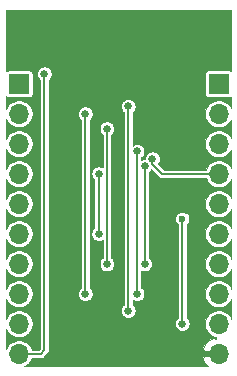
<source format=gbr>
G04 #@! TF.GenerationSoftware,KiCad,Pcbnew,(5.1.5)-3*
G04 #@! TF.CreationDate,2020-06-22T22:14:50-04:00*
G04 #@! TF.ProjectId,74X273 Simplified pinout,37345832-3733-4205-9369-6d706c696669,rev?*
G04 #@! TF.SameCoordinates,Original*
G04 #@! TF.FileFunction,Copper,L2,Bot*
G04 #@! TF.FilePolarity,Positive*
%FSLAX46Y46*%
G04 Gerber Fmt 4.6, Leading zero omitted, Abs format (unit mm)*
G04 Created by KiCad (PCBNEW (5.1.5)-3) date 2020-06-22 22:14:50*
%MOMM*%
%LPD*%
G04 APERTURE LIST*
%ADD10O,1.700000X1.700000*%
%ADD11R,1.700000X1.700000*%
%ADD12C,1.000000*%
%ADD13C,0.650000*%
%ADD14C,0.600000*%
%ADD15C,0.139700*%
%ADD16C,0.254000*%
%ADD17C,0.100000*%
G04 APERTURE END LIST*
D10*
X166900000Y-100360000D03*
X166900000Y-97820000D03*
X166900000Y-95280000D03*
X166900000Y-92740000D03*
X166900000Y-90200000D03*
X166900000Y-87660000D03*
X166900000Y-85120000D03*
X166900000Y-82580000D03*
X166900000Y-80040000D03*
D11*
X166900000Y-77500000D03*
D10*
X150000000Y-100360000D03*
X150000000Y-97820000D03*
X150000000Y-95280000D03*
X150000000Y-92740000D03*
X150000000Y-90200000D03*
X150000000Y-87660000D03*
X150000000Y-85120000D03*
X150000000Y-82580000D03*
X150000000Y-80040000D03*
D11*
X150000000Y-77500000D03*
D12*
X150500000Y-72500000D03*
X167000000Y-72500000D03*
X163500000Y-100500000D03*
X153500000Y-100500000D03*
D13*
X153800000Y-91200000D03*
X152150000Y-76650000D03*
D14*
X163825000Y-88925000D03*
D13*
X163824982Y-97800000D03*
X155610000Y-80040000D03*
X155610000Y-95280000D03*
X157450000Y-92750000D03*
X157450000Y-81300000D03*
X156750000Y-85100000D03*
X156750000Y-90200000D03*
X159250000Y-79400000D03*
X159250000Y-96700000D03*
X160000000Y-83225000D03*
X160000000Y-95275000D03*
X160650000Y-84475000D03*
X160650000Y-92750000D03*
X161300000Y-83850000D03*
D15*
X152150000Y-76650000D02*
X152150000Y-100050000D01*
X151840000Y-100360000D02*
X150000000Y-100360000D01*
X152150000Y-100050000D02*
X151840000Y-100360000D01*
X163825000Y-88925000D02*
X163825000Y-97799982D01*
D16*
X163825000Y-97799982D02*
X163824982Y-97800000D01*
D15*
X155610000Y-80040000D02*
X155610000Y-95280000D01*
X157450000Y-92750000D02*
X157450000Y-81300000D01*
X156750000Y-85100000D02*
X156750000Y-90200000D01*
X159250000Y-79400000D02*
X159250000Y-96700000D01*
X160000000Y-83225000D02*
X160000000Y-83684619D01*
X160000000Y-83684619D02*
X160000000Y-95275000D01*
X160650000Y-84475000D02*
X160650000Y-84934619D01*
X160650000Y-84934619D02*
X160650000Y-92750000D01*
X162110381Y-85120000D02*
X166900000Y-85120000D01*
X161300000Y-83850000D02*
X161300000Y-84309619D01*
X161300000Y-84309619D02*
X162110381Y-85120000D01*
D17*
G36*
X167933935Y-76412860D02*
G01*
X167917477Y-76399353D01*
X167865360Y-76371496D01*
X167808810Y-76354341D01*
X167750000Y-76348549D01*
X166050000Y-76348549D01*
X165991190Y-76354341D01*
X165934640Y-76371496D01*
X165882523Y-76399353D01*
X165836842Y-76436842D01*
X165799353Y-76482523D01*
X165771496Y-76534640D01*
X165754341Y-76591190D01*
X165748549Y-76650000D01*
X165748549Y-78350000D01*
X165754341Y-78408810D01*
X165771496Y-78465360D01*
X165799353Y-78517477D01*
X165836842Y-78563158D01*
X165882523Y-78600647D01*
X165934640Y-78628504D01*
X165991190Y-78645659D01*
X166050000Y-78651451D01*
X167750000Y-78651451D01*
X167808810Y-78645659D01*
X167865360Y-78628504D01*
X167917477Y-78600647D01*
X167937454Y-78584252D01*
X167939009Y-79543296D01*
X167919116Y-79495271D01*
X167793263Y-79306918D01*
X167633082Y-79146737D01*
X167444729Y-79020884D01*
X167235443Y-78934194D01*
X167013265Y-78890000D01*
X166786735Y-78890000D01*
X166564557Y-78934194D01*
X166355271Y-79020884D01*
X166166918Y-79146737D01*
X166006737Y-79306918D01*
X165880884Y-79495271D01*
X165794194Y-79704557D01*
X165750000Y-79926735D01*
X165750000Y-80153265D01*
X165794194Y-80375443D01*
X165880884Y-80584729D01*
X166006737Y-80773082D01*
X166166918Y-80933263D01*
X166355271Y-81059116D01*
X166564557Y-81145806D01*
X166786735Y-81190000D01*
X167013265Y-81190000D01*
X167235443Y-81145806D01*
X167444729Y-81059116D01*
X167633082Y-80933263D01*
X167793263Y-80773082D01*
X167919116Y-80584729D01*
X167940612Y-80532832D01*
X167943142Y-82093273D01*
X167919116Y-82035271D01*
X167793263Y-81846918D01*
X167633082Y-81686737D01*
X167444729Y-81560884D01*
X167235443Y-81474194D01*
X167013265Y-81430000D01*
X166786735Y-81430000D01*
X166564557Y-81474194D01*
X166355271Y-81560884D01*
X166166918Y-81686737D01*
X166006737Y-81846918D01*
X165880884Y-82035271D01*
X165794194Y-82244557D01*
X165750000Y-82466735D01*
X165750000Y-82693265D01*
X165794194Y-82915443D01*
X165880884Y-83124729D01*
X166006737Y-83313082D01*
X166166918Y-83473263D01*
X166355271Y-83599116D01*
X166564557Y-83685806D01*
X166786735Y-83730000D01*
X167013265Y-83730000D01*
X167235443Y-83685806D01*
X167444729Y-83599116D01*
X167633082Y-83473263D01*
X167793263Y-83313082D01*
X167919116Y-83124729D01*
X167944713Y-83062933D01*
X167947274Y-84643251D01*
X167919116Y-84575271D01*
X167793263Y-84386918D01*
X167633082Y-84226737D01*
X167444729Y-84100884D01*
X167235443Y-84014194D01*
X167013265Y-83970000D01*
X166786735Y-83970000D01*
X166564557Y-84014194D01*
X166355271Y-84100884D01*
X166166918Y-84226737D01*
X166006737Y-84386918D01*
X165880884Y-84575271D01*
X165808446Y-84750150D01*
X162263578Y-84750150D01*
X161773655Y-84260228D01*
X161785469Y-84248414D01*
X161853868Y-84146048D01*
X161900981Y-84032306D01*
X161925000Y-83911557D01*
X161925000Y-83788443D01*
X161900981Y-83667694D01*
X161853868Y-83553952D01*
X161785469Y-83451586D01*
X161698414Y-83364531D01*
X161596048Y-83296132D01*
X161482306Y-83249019D01*
X161361557Y-83225000D01*
X161238443Y-83225000D01*
X161117694Y-83249019D01*
X161003952Y-83296132D01*
X160901586Y-83364531D01*
X160814531Y-83451586D01*
X160746132Y-83553952D01*
X160699019Y-83667694D01*
X160675000Y-83788443D01*
X160675000Y-83850000D01*
X160588443Y-83850000D01*
X160467694Y-83874019D01*
X160369850Y-83914547D01*
X160369850Y-83729555D01*
X160398414Y-83710469D01*
X160485469Y-83623414D01*
X160553868Y-83521048D01*
X160600981Y-83407306D01*
X160625000Y-83286557D01*
X160625000Y-83163443D01*
X160600981Y-83042694D01*
X160553868Y-82928952D01*
X160485469Y-82826586D01*
X160398414Y-82739531D01*
X160296048Y-82671132D01*
X160182306Y-82624019D01*
X160061557Y-82600000D01*
X159938443Y-82600000D01*
X159817694Y-82624019D01*
X159703952Y-82671132D01*
X159619850Y-82727327D01*
X159619850Y-79904555D01*
X159648414Y-79885469D01*
X159735469Y-79798414D01*
X159803868Y-79696048D01*
X159850981Y-79582306D01*
X159875000Y-79461557D01*
X159875000Y-79338443D01*
X159850981Y-79217694D01*
X159803868Y-79103952D01*
X159735469Y-79001586D01*
X159648414Y-78914531D01*
X159546048Y-78846132D01*
X159432306Y-78799019D01*
X159311557Y-78775000D01*
X159188443Y-78775000D01*
X159067694Y-78799019D01*
X158953952Y-78846132D01*
X158851586Y-78914531D01*
X158764531Y-79001586D01*
X158696132Y-79103952D01*
X158649019Y-79217694D01*
X158625000Y-79338443D01*
X158625000Y-79461557D01*
X158649019Y-79582306D01*
X158696132Y-79696048D01*
X158764531Y-79798414D01*
X158851586Y-79885469D01*
X158880150Y-79904555D01*
X158880151Y-96195444D01*
X158851586Y-96214531D01*
X158764531Y-96301586D01*
X158696132Y-96403952D01*
X158649019Y-96517694D01*
X158625000Y-96638443D01*
X158625000Y-96761557D01*
X158649019Y-96882306D01*
X158696132Y-96996048D01*
X158764531Y-97098414D01*
X158851586Y-97185469D01*
X158953952Y-97253868D01*
X159067694Y-97300981D01*
X159188443Y-97325000D01*
X159311557Y-97325000D01*
X159432306Y-97300981D01*
X159546048Y-97253868D01*
X159648414Y-97185469D01*
X159735469Y-97098414D01*
X159803868Y-96996048D01*
X159850981Y-96882306D01*
X159875000Y-96761557D01*
X159875000Y-96638443D01*
X159850981Y-96517694D01*
X159803868Y-96403952D01*
X159735469Y-96301586D01*
X159648414Y-96214531D01*
X159619850Y-96195445D01*
X159619850Y-95772673D01*
X159703952Y-95828868D01*
X159817694Y-95875981D01*
X159938443Y-95900000D01*
X160061557Y-95900000D01*
X160182306Y-95875981D01*
X160296048Y-95828868D01*
X160398414Y-95760469D01*
X160485469Y-95673414D01*
X160553868Y-95571048D01*
X160600981Y-95457306D01*
X160625000Y-95336557D01*
X160625000Y-95213443D01*
X160600981Y-95092694D01*
X160553868Y-94978952D01*
X160485469Y-94876586D01*
X160398414Y-94789531D01*
X160369850Y-94770445D01*
X160369850Y-93310453D01*
X160467694Y-93350981D01*
X160588443Y-93375000D01*
X160711557Y-93375000D01*
X160832306Y-93350981D01*
X160946048Y-93303868D01*
X161048414Y-93235469D01*
X161135469Y-93148414D01*
X161203868Y-93046048D01*
X161250981Y-92932306D01*
X161275000Y-92811557D01*
X161275000Y-92688443D01*
X161250981Y-92567694D01*
X161203868Y-92453952D01*
X161135469Y-92351586D01*
X161048414Y-92264531D01*
X161019850Y-92245445D01*
X161019850Y-84979555D01*
X161048414Y-84960469D01*
X161135469Y-84873414D01*
X161203868Y-84771048D01*
X161213977Y-84746642D01*
X161836016Y-85368682D01*
X161847593Y-85382788D01*
X161861698Y-85394364D01*
X161861701Y-85394367D01*
X161874789Y-85405108D01*
X161903909Y-85429007D01*
X161968161Y-85463350D01*
X162016729Y-85478083D01*
X162037877Y-85484498D01*
X162044244Y-85485125D01*
X162092217Y-85489850D01*
X162092225Y-85489850D01*
X162110381Y-85491638D01*
X162128537Y-85489850D01*
X165808446Y-85489850D01*
X165880884Y-85664729D01*
X166006737Y-85853082D01*
X166166918Y-86013263D01*
X166355271Y-86139116D01*
X166564557Y-86225806D01*
X166786735Y-86270000D01*
X167013265Y-86270000D01*
X167235443Y-86225806D01*
X167444729Y-86139116D01*
X167633082Y-86013263D01*
X167793263Y-85853082D01*
X167919116Y-85664729D01*
X167948814Y-85593033D01*
X167951407Y-87193228D01*
X167919116Y-87115271D01*
X167793263Y-86926918D01*
X167633082Y-86766737D01*
X167444729Y-86640884D01*
X167235443Y-86554194D01*
X167013265Y-86510000D01*
X166786735Y-86510000D01*
X166564557Y-86554194D01*
X166355271Y-86640884D01*
X166166918Y-86766737D01*
X166006737Y-86926918D01*
X165880884Y-87115271D01*
X165794194Y-87324557D01*
X165750000Y-87546735D01*
X165750000Y-87773265D01*
X165794194Y-87995443D01*
X165880884Y-88204729D01*
X166006737Y-88393082D01*
X166166918Y-88553263D01*
X166355271Y-88679116D01*
X166564557Y-88765806D01*
X166786735Y-88810000D01*
X167013265Y-88810000D01*
X167235443Y-88765806D01*
X167444729Y-88679116D01*
X167633082Y-88553263D01*
X167793263Y-88393082D01*
X167919116Y-88204729D01*
X167952914Y-88123133D01*
X167955540Y-89743206D01*
X167919116Y-89655271D01*
X167793263Y-89466918D01*
X167633082Y-89306737D01*
X167444729Y-89180884D01*
X167235443Y-89094194D01*
X167013265Y-89050000D01*
X166786735Y-89050000D01*
X166564557Y-89094194D01*
X166355271Y-89180884D01*
X166166918Y-89306737D01*
X166006737Y-89466918D01*
X165880884Y-89655271D01*
X165794194Y-89864557D01*
X165750000Y-90086735D01*
X165750000Y-90313265D01*
X165794194Y-90535443D01*
X165880884Y-90744729D01*
X166006737Y-90933082D01*
X166166918Y-91093263D01*
X166355271Y-91219116D01*
X166564557Y-91305806D01*
X166786735Y-91350000D01*
X167013265Y-91350000D01*
X167235443Y-91305806D01*
X167444729Y-91219116D01*
X167633082Y-91093263D01*
X167793263Y-90933082D01*
X167919116Y-90744729D01*
X167957015Y-90653233D01*
X167959673Y-92293183D01*
X167919116Y-92195271D01*
X167793263Y-92006918D01*
X167633082Y-91846737D01*
X167444729Y-91720884D01*
X167235443Y-91634194D01*
X167013265Y-91590000D01*
X166786735Y-91590000D01*
X166564557Y-91634194D01*
X166355271Y-91720884D01*
X166166918Y-91846737D01*
X166006737Y-92006918D01*
X165880884Y-92195271D01*
X165794194Y-92404557D01*
X165750000Y-92626735D01*
X165750000Y-92853265D01*
X165794194Y-93075443D01*
X165880884Y-93284729D01*
X166006737Y-93473082D01*
X166166918Y-93633263D01*
X166355271Y-93759116D01*
X166564557Y-93845806D01*
X166786735Y-93890000D01*
X167013265Y-93890000D01*
X167235443Y-93845806D01*
X167444729Y-93759116D01*
X167633082Y-93633263D01*
X167793263Y-93473082D01*
X167919116Y-93284729D01*
X167961116Y-93183334D01*
X167963806Y-94843161D01*
X167919116Y-94735271D01*
X167793263Y-94546918D01*
X167633082Y-94386737D01*
X167444729Y-94260884D01*
X167235443Y-94174194D01*
X167013265Y-94130000D01*
X166786735Y-94130000D01*
X166564557Y-94174194D01*
X166355271Y-94260884D01*
X166166918Y-94386737D01*
X166006737Y-94546918D01*
X165880884Y-94735271D01*
X165794194Y-94944557D01*
X165750000Y-95166735D01*
X165750000Y-95393265D01*
X165794194Y-95615443D01*
X165880884Y-95824729D01*
X166006737Y-96013082D01*
X166166918Y-96173263D01*
X166355271Y-96299116D01*
X166564557Y-96385806D01*
X166786735Y-96430000D01*
X167013265Y-96430000D01*
X167235443Y-96385806D01*
X167444729Y-96299116D01*
X167633082Y-96173263D01*
X167793263Y-96013082D01*
X167919116Y-95824729D01*
X167965216Y-95713434D01*
X167967939Y-97393139D01*
X167919116Y-97275271D01*
X167793263Y-97086918D01*
X167633082Y-96926737D01*
X167444729Y-96800884D01*
X167235443Y-96714194D01*
X167013265Y-96670000D01*
X166786735Y-96670000D01*
X166564557Y-96714194D01*
X166355271Y-96800884D01*
X166166918Y-96926737D01*
X166006737Y-97086918D01*
X165880884Y-97275271D01*
X165794194Y-97484557D01*
X165750000Y-97706735D01*
X165750000Y-97933265D01*
X165794194Y-98155443D01*
X165880884Y-98364729D01*
X166006737Y-98553082D01*
X166166918Y-98713263D01*
X166355271Y-98839116D01*
X166564557Y-98925806D01*
X166696243Y-98952000D01*
X166695998Y-98952000D01*
X166695998Y-99106348D01*
X166480575Y-99015914D01*
X166226416Y-99123566D01*
X165998142Y-99278733D01*
X165804526Y-99475453D01*
X165653009Y-99706166D01*
X165555922Y-99940576D01*
X165648011Y-100156000D01*
X166696000Y-100156000D01*
X166696000Y-100136000D01*
X167104000Y-100136000D01*
X167104000Y-100156000D01*
X167124000Y-100156000D01*
X167124000Y-100564000D01*
X167104000Y-100564000D01*
X167104000Y-100584000D01*
X166696000Y-100584000D01*
X166696000Y-100564000D01*
X165648011Y-100564000D01*
X165555922Y-100779424D01*
X165653009Y-101013834D01*
X165804526Y-101244547D01*
X165982132Y-101425000D01*
X150433956Y-101425000D01*
X150544729Y-101379116D01*
X150733082Y-101253263D01*
X150893263Y-101093082D01*
X151019116Y-100904729D01*
X151091554Y-100729850D01*
X151821844Y-100729850D01*
X151840000Y-100731638D01*
X151858156Y-100729850D01*
X151858164Y-100729850D01*
X151912503Y-100724498D01*
X151982220Y-100703350D01*
X152046472Y-100669007D01*
X152102788Y-100622788D01*
X152114369Y-100608677D01*
X152398682Y-100324365D01*
X152412788Y-100312788D01*
X152459007Y-100256472D01*
X152493350Y-100192220D01*
X152514498Y-100122503D01*
X152519850Y-100068164D01*
X152519850Y-100068157D01*
X152521638Y-100050001D01*
X152519850Y-100031845D01*
X152519850Y-97738443D01*
X163199982Y-97738443D01*
X163199982Y-97861557D01*
X163224001Y-97982306D01*
X163271114Y-98096048D01*
X163339513Y-98198414D01*
X163426568Y-98285469D01*
X163528934Y-98353868D01*
X163642676Y-98400981D01*
X163763425Y-98425000D01*
X163886539Y-98425000D01*
X164007288Y-98400981D01*
X164121030Y-98353868D01*
X164223396Y-98285469D01*
X164310451Y-98198414D01*
X164378850Y-98096048D01*
X164425963Y-97982306D01*
X164449982Y-97861557D01*
X164449982Y-97738443D01*
X164425963Y-97617694D01*
X164378850Y-97503952D01*
X164310451Y-97401586D01*
X164223396Y-97314531D01*
X164194850Y-97295457D01*
X164194850Y-89399488D01*
X164207478Y-89391050D01*
X164291050Y-89307478D01*
X164356713Y-89209207D01*
X164401942Y-89100014D01*
X164425000Y-88984095D01*
X164425000Y-88865905D01*
X164401942Y-88749986D01*
X164356713Y-88640793D01*
X164291050Y-88542522D01*
X164207478Y-88458950D01*
X164109207Y-88393287D01*
X164000014Y-88348058D01*
X163884095Y-88325000D01*
X163765905Y-88325000D01*
X163649986Y-88348058D01*
X163540793Y-88393287D01*
X163442522Y-88458950D01*
X163358950Y-88542522D01*
X163293287Y-88640793D01*
X163248058Y-88749986D01*
X163225000Y-88865905D01*
X163225000Y-88984095D01*
X163248058Y-89100014D01*
X163293287Y-89209207D01*
X163358950Y-89307478D01*
X163442522Y-89391050D01*
X163455150Y-89399488D01*
X163455151Y-97295432D01*
X163426568Y-97314531D01*
X163339513Y-97401586D01*
X163271114Y-97503952D01*
X163224001Y-97617694D01*
X163199982Y-97738443D01*
X152519850Y-97738443D01*
X152519850Y-79978443D01*
X154985000Y-79978443D01*
X154985000Y-80101557D01*
X155009019Y-80222306D01*
X155056132Y-80336048D01*
X155124531Y-80438414D01*
X155211586Y-80525469D01*
X155240150Y-80544555D01*
X155240151Y-94775444D01*
X155211586Y-94794531D01*
X155124531Y-94881586D01*
X155056132Y-94983952D01*
X155009019Y-95097694D01*
X154985000Y-95218443D01*
X154985000Y-95341557D01*
X155009019Y-95462306D01*
X155056132Y-95576048D01*
X155124531Y-95678414D01*
X155211586Y-95765469D01*
X155313952Y-95833868D01*
X155427694Y-95880981D01*
X155548443Y-95905000D01*
X155671557Y-95905000D01*
X155792306Y-95880981D01*
X155906048Y-95833868D01*
X156008414Y-95765469D01*
X156095469Y-95678414D01*
X156163868Y-95576048D01*
X156210981Y-95462306D01*
X156235000Y-95341557D01*
X156235000Y-95218443D01*
X156210981Y-95097694D01*
X156163868Y-94983952D01*
X156095469Y-94881586D01*
X156008414Y-94794531D01*
X155979850Y-94775445D01*
X155979850Y-85038443D01*
X156125000Y-85038443D01*
X156125000Y-85161557D01*
X156149019Y-85282306D01*
X156196132Y-85396048D01*
X156264531Y-85498414D01*
X156351586Y-85585469D01*
X156380150Y-85604555D01*
X156380151Y-89695444D01*
X156351586Y-89714531D01*
X156264531Y-89801586D01*
X156196132Y-89903952D01*
X156149019Y-90017694D01*
X156125000Y-90138443D01*
X156125000Y-90261557D01*
X156149019Y-90382306D01*
X156196132Y-90496048D01*
X156264531Y-90598414D01*
X156351586Y-90685469D01*
X156453952Y-90753868D01*
X156567694Y-90800981D01*
X156688443Y-90825000D01*
X156811557Y-90825000D01*
X156932306Y-90800981D01*
X157046048Y-90753868D01*
X157080150Y-90731082D01*
X157080150Y-92245445D01*
X157051586Y-92264531D01*
X156964531Y-92351586D01*
X156896132Y-92453952D01*
X156849019Y-92567694D01*
X156825000Y-92688443D01*
X156825000Y-92811557D01*
X156849019Y-92932306D01*
X156896132Y-93046048D01*
X156964531Y-93148414D01*
X157051586Y-93235469D01*
X157153952Y-93303868D01*
X157267694Y-93350981D01*
X157388443Y-93375000D01*
X157511557Y-93375000D01*
X157632306Y-93350981D01*
X157746048Y-93303868D01*
X157848414Y-93235469D01*
X157935469Y-93148414D01*
X158003868Y-93046048D01*
X158050981Y-92932306D01*
X158075000Y-92811557D01*
X158075000Y-92688443D01*
X158050981Y-92567694D01*
X158003868Y-92453952D01*
X157935469Y-92351586D01*
X157848414Y-92264531D01*
X157819850Y-92245445D01*
X157819850Y-81804555D01*
X157848414Y-81785469D01*
X157935469Y-81698414D01*
X158003868Y-81596048D01*
X158050981Y-81482306D01*
X158075000Y-81361557D01*
X158075000Y-81238443D01*
X158050981Y-81117694D01*
X158003868Y-81003952D01*
X157935469Y-80901586D01*
X157848414Y-80814531D01*
X157746048Y-80746132D01*
X157632306Y-80699019D01*
X157511557Y-80675000D01*
X157388443Y-80675000D01*
X157267694Y-80699019D01*
X157153952Y-80746132D01*
X157051586Y-80814531D01*
X156964531Y-80901586D01*
X156896132Y-81003952D01*
X156849019Y-81117694D01*
X156825000Y-81238443D01*
X156825000Y-81361557D01*
X156849019Y-81482306D01*
X156896132Y-81596048D01*
X156964531Y-81698414D01*
X157051586Y-81785469D01*
X157080151Y-81804556D01*
X157080151Y-84568919D01*
X157046048Y-84546132D01*
X156932306Y-84499019D01*
X156811557Y-84475000D01*
X156688443Y-84475000D01*
X156567694Y-84499019D01*
X156453952Y-84546132D01*
X156351586Y-84614531D01*
X156264531Y-84701586D01*
X156196132Y-84803952D01*
X156149019Y-84917694D01*
X156125000Y-85038443D01*
X155979850Y-85038443D01*
X155979850Y-80544555D01*
X156008414Y-80525469D01*
X156095469Y-80438414D01*
X156163868Y-80336048D01*
X156210981Y-80222306D01*
X156235000Y-80101557D01*
X156235000Y-79978443D01*
X156210981Y-79857694D01*
X156163868Y-79743952D01*
X156095469Y-79641586D01*
X156008414Y-79554531D01*
X155906048Y-79486132D01*
X155792306Y-79439019D01*
X155671557Y-79415000D01*
X155548443Y-79415000D01*
X155427694Y-79439019D01*
X155313952Y-79486132D01*
X155211586Y-79554531D01*
X155124531Y-79641586D01*
X155056132Y-79743952D01*
X155009019Y-79857694D01*
X154985000Y-79978443D01*
X152519850Y-79978443D01*
X152519850Y-77154555D01*
X152548414Y-77135469D01*
X152635469Y-77048414D01*
X152703868Y-76946048D01*
X152750981Y-76832306D01*
X152775000Y-76711557D01*
X152775000Y-76588443D01*
X152750981Y-76467694D01*
X152703868Y-76353952D01*
X152635469Y-76251586D01*
X152548414Y-76164531D01*
X152446048Y-76096132D01*
X152332306Y-76049019D01*
X152211557Y-76025000D01*
X152088443Y-76025000D01*
X151967694Y-76049019D01*
X151853952Y-76096132D01*
X151751586Y-76164531D01*
X151664531Y-76251586D01*
X151596132Y-76353952D01*
X151549019Y-76467694D01*
X151525000Y-76588443D01*
X151525000Y-76711557D01*
X151549019Y-76832306D01*
X151596132Y-76946048D01*
X151664531Y-77048414D01*
X151751586Y-77135469D01*
X151780150Y-77154555D01*
X151780151Y-99896802D01*
X151686804Y-99990150D01*
X151091554Y-99990150D01*
X151019116Y-99815271D01*
X150893263Y-99626918D01*
X150733082Y-99466737D01*
X150544729Y-99340884D01*
X150335443Y-99254194D01*
X150113265Y-99210000D01*
X149886735Y-99210000D01*
X149664557Y-99254194D01*
X149455271Y-99340884D01*
X149266918Y-99466737D01*
X149106737Y-99626918D01*
X148980884Y-99815271D01*
X148925000Y-99950186D01*
X148925000Y-98229814D01*
X148980884Y-98364729D01*
X149106737Y-98553082D01*
X149266918Y-98713263D01*
X149455271Y-98839116D01*
X149664557Y-98925806D01*
X149886735Y-98970000D01*
X150113265Y-98970000D01*
X150335443Y-98925806D01*
X150544729Y-98839116D01*
X150733082Y-98713263D01*
X150893263Y-98553082D01*
X151019116Y-98364729D01*
X151105806Y-98155443D01*
X151150000Y-97933265D01*
X151150000Y-97706735D01*
X151105806Y-97484557D01*
X151019116Y-97275271D01*
X150893263Y-97086918D01*
X150733082Y-96926737D01*
X150544729Y-96800884D01*
X150335443Y-96714194D01*
X150113265Y-96670000D01*
X149886735Y-96670000D01*
X149664557Y-96714194D01*
X149455271Y-96800884D01*
X149266918Y-96926737D01*
X149106737Y-97086918D01*
X148980884Y-97275271D01*
X148925000Y-97410186D01*
X148925000Y-95689814D01*
X148980884Y-95824729D01*
X149106737Y-96013082D01*
X149266918Y-96173263D01*
X149455271Y-96299116D01*
X149664557Y-96385806D01*
X149886735Y-96430000D01*
X150113265Y-96430000D01*
X150335443Y-96385806D01*
X150544729Y-96299116D01*
X150733082Y-96173263D01*
X150893263Y-96013082D01*
X151019116Y-95824729D01*
X151105806Y-95615443D01*
X151150000Y-95393265D01*
X151150000Y-95166735D01*
X151105806Y-94944557D01*
X151019116Y-94735271D01*
X150893263Y-94546918D01*
X150733082Y-94386737D01*
X150544729Y-94260884D01*
X150335443Y-94174194D01*
X150113265Y-94130000D01*
X149886735Y-94130000D01*
X149664557Y-94174194D01*
X149455271Y-94260884D01*
X149266918Y-94386737D01*
X149106737Y-94546918D01*
X148980884Y-94735271D01*
X148925000Y-94870186D01*
X148925000Y-93149814D01*
X148980884Y-93284729D01*
X149106737Y-93473082D01*
X149266918Y-93633263D01*
X149455271Y-93759116D01*
X149664557Y-93845806D01*
X149886735Y-93890000D01*
X150113265Y-93890000D01*
X150335443Y-93845806D01*
X150544729Y-93759116D01*
X150733082Y-93633263D01*
X150893263Y-93473082D01*
X151019116Y-93284729D01*
X151105806Y-93075443D01*
X151150000Y-92853265D01*
X151150000Y-92626735D01*
X151105806Y-92404557D01*
X151019116Y-92195271D01*
X150893263Y-92006918D01*
X150733082Y-91846737D01*
X150544729Y-91720884D01*
X150335443Y-91634194D01*
X150113265Y-91590000D01*
X149886735Y-91590000D01*
X149664557Y-91634194D01*
X149455271Y-91720884D01*
X149266918Y-91846737D01*
X149106737Y-92006918D01*
X148980884Y-92195271D01*
X148925000Y-92330186D01*
X148925000Y-90609814D01*
X148980884Y-90744729D01*
X149106737Y-90933082D01*
X149266918Y-91093263D01*
X149455271Y-91219116D01*
X149664557Y-91305806D01*
X149886735Y-91350000D01*
X150113265Y-91350000D01*
X150335443Y-91305806D01*
X150544729Y-91219116D01*
X150733082Y-91093263D01*
X150893263Y-90933082D01*
X151019116Y-90744729D01*
X151105806Y-90535443D01*
X151150000Y-90313265D01*
X151150000Y-90086735D01*
X151105806Y-89864557D01*
X151019116Y-89655271D01*
X150893263Y-89466918D01*
X150733082Y-89306737D01*
X150544729Y-89180884D01*
X150335443Y-89094194D01*
X150113265Y-89050000D01*
X149886735Y-89050000D01*
X149664557Y-89094194D01*
X149455271Y-89180884D01*
X149266918Y-89306737D01*
X149106737Y-89466918D01*
X148980884Y-89655271D01*
X148925000Y-89790186D01*
X148925000Y-88069814D01*
X148980884Y-88204729D01*
X149106737Y-88393082D01*
X149266918Y-88553263D01*
X149455271Y-88679116D01*
X149664557Y-88765806D01*
X149886735Y-88810000D01*
X150113265Y-88810000D01*
X150335443Y-88765806D01*
X150544729Y-88679116D01*
X150733082Y-88553263D01*
X150893263Y-88393082D01*
X151019116Y-88204729D01*
X151105806Y-87995443D01*
X151150000Y-87773265D01*
X151150000Y-87546735D01*
X151105806Y-87324557D01*
X151019116Y-87115271D01*
X150893263Y-86926918D01*
X150733082Y-86766737D01*
X150544729Y-86640884D01*
X150335443Y-86554194D01*
X150113265Y-86510000D01*
X149886735Y-86510000D01*
X149664557Y-86554194D01*
X149455271Y-86640884D01*
X149266918Y-86766737D01*
X149106737Y-86926918D01*
X148980884Y-87115271D01*
X148925000Y-87250186D01*
X148925000Y-85529814D01*
X148980884Y-85664729D01*
X149106737Y-85853082D01*
X149266918Y-86013263D01*
X149455271Y-86139116D01*
X149664557Y-86225806D01*
X149886735Y-86270000D01*
X150113265Y-86270000D01*
X150335443Y-86225806D01*
X150544729Y-86139116D01*
X150733082Y-86013263D01*
X150893263Y-85853082D01*
X151019116Y-85664729D01*
X151105806Y-85455443D01*
X151150000Y-85233265D01*
X151150000Y-85006735D01*
X151105806Y-84784557D01*
X151019116Y-84575271D01*
X150893263Y-84386918D01*
X150733082Y-84226737D01*
X150544729Y-84100884D01*
X150335443Y-84014194D01*
X150113265Y-83970000D01*
X149886735Y-83970000D01*
X149664557Y-84014194D01*
X149455271Y-84100884D01*
X149266918Y-84226737D01*
X149106737Y-84386918D01*
X148980884Y-84575271D01*
X148925000Y-84710186D01*
X148925000Y-82989814D01*
X148980884Y-83124729D01*
X149106737Y-83313082D01*
X149266918Y-83473263D01*
X149455271Y-83599116D01*
X149664557Y-83685806D01*
X149886735Y-83730000D01*
X150113265Y-83730000D01*
X150335443Y-83685806D01*
X150544729Y-83599116D01*
X150733082Y-83473263D01*
X150893263Y-83313082D01*
X151019116Y-83124729D01*
X151105806Y-82915443D01*
X151150000Y-82693265D01*
X151150000Y-82466735D01*
X151105806Y-82244557D01*
X151019116Y-82035271D01*
X150893263Y-81846918D01*
X150733082Y-81686737D01*
X150544729Y-81560884D01*
X150335443Y-81474194D01*
X150113265Y-81430000D01*
X149886735Y-81430000D01*
X149664557Y-81474194D01*
X149455271Y-81560884D01*
X149266918Y-81686737D01*
X149106737Y-81846918D01*
X148980884Y-82035271D01*
X148925000Y-82170186D01*
X148925000Y-80449814D01*
X148980884Y-80584729D01*
X149106737Y-80773082D01*
X149266918Y-80933263D01*
X149455271Y-81059116D01*
X149664557Y-81145806D01*
X149886735Y-81190000D01*
X150113265Y-81190000D01*
X150335443Y-81145806D01*
X150544729Y-81059116D01*
X150733082Y-80933263D01*
X150893263Y-80773082D01*
X151019116Y-80584729D01*
X151105806Y-80375443D01*
X151150000Y-80153265D01*
X151150000Y-79926735D01*
X151105806Y-79704557D01*
X151019116Y-79495271D01*
X150893263Y-79306918D01*
X150733082Y-79146737D01*
X150544729Y-79020884D01*
X150335443Y-78934194D01*
X150113265Y-78890000D01*
X149886735Y-78890000D01*
X149664557Y-78934194D01*
X149455271Y-79020884D01*
X149266918Y-79146737D01*
X149106737Y-79306918D01*
X148980884Y-79495271D01*
X148925000Y-79630186D01*
X148925000Y-78548728D01*
X148936842Y-78563158D01*
X148982523Y-78600647D01*
X149034640Y-78628504D01*
X149091190Y-78645659D01*
X149150000Y-78651451D01*
X150850000Y-78651451D01*
X150908810Y-78645659D01*
X150965360Y-78628504D01*
X151017477Y-78600647D01*
X151063158Y-78563158D01*
X151100647Y-78517477D01*
X151128504Y-78465360D01*
X151145659Y-78408810D01*
X151151451Y-78350000D01*
X151151451Y-76650000D01*
X151145659Y-76591190D01*
X151128504Y-76534640D01*
X151100647Y-76482523D01*
X151063158Y-76436842D01*
X151017477Y-76399353D01*
X150965360Y-76371496D01*
X150908810Y-76354341D01*
X150850000Y-76348549D01*
X149150000Y-76348549D01*
X149091190Y-76354341D01*
X149034640Y-76371496D01*
X148982523Y-76399353D01*
X148936842Y-76436842D01*
X148925000Y-76451272D01*
X148925000Y-71225000D01*
X167925527Y-71225000D01*
X167933935Y-76412860D01*
G37*
X167933935Y-76412860D02*
X167917477Y-76399353D01*
X167865360Y-76371496D01*
X167808810Y-76354341D01*
X167750000Y-76348549D01*
X166050000Y-76348549D01*
X165991190Y-76354341D01*
X165934640Y-76371496D01*
X165882523Y-76399353D01*
X165836842Y-76436842D01*
X165799353Y-76482523D01*
X165771496Y-76534640D01*
X165754341Y-76591190D01*
X165748549Y-76650000D01*
X165748549Y-78350000D01*
X165754341Y-78408810D01*
X165771496Y-78465360D01*
X165799353Y-78517477D01*
X165836842Y-78563158D01*
X165882523Y-78600647D01*
X165934640Y-78628504D01*
X165991190Y-78645659D01*
X166050000Y-78651451D01*
X167750000Y-78651451D01*
X167808810Y-78645659D01*
X167865360Y-78628504D01*
X167917477Y-78600647D01*
X167937454Y-78584252D01*
X167939009Y-79543296D01*
X167919116Y-79495271D01*
X167793263Y-79306918D01*
X167633082Y-79146737D01*
X167444729Y-79020884D01*
X167235443Y-78934194D01*
X167013265Y-78890000D01*
X166786735Y-78890000D01*
X166564557Y-78934194D01*
X166355271Y-79020884D01*
X166166918Y-79146737D01*
X166006737Y-79306918D01*
X165880884Y-79495271D01*
X165794194Y-79704557D01*
X165750000Y-79926735D01*
X165750000Y-80153265D01*
X165794194Y-80375443D01*
X165880884Y-80584729D01*
X166006737Y-80773082D01*
X166166918Y-80933263D01*
X166355271Y-81059116D01*
X166564557Y-81145806D01*
X166786735Y-81190000D01*
X167013265Y-81190000D01*
X167235443Y-81145806D01*
X167444729Y-81059116D01*
X167633082Y-80933263D01*
X167793263Y-80773082D01*
X167919116Y-80584729D01*
X167940612Y-80532832D01*
X167943142Y-82093273D01*
X167919116Y-82035271D01*
X167793263Y-81846918D01*
X167633082Y-81686737D01*
X167444729Y-81560884D01*
X167235443Y-81474194D01*
X167013265Y-81430000D01*
X166786735Y-81430000D01*
X166564557Y-81474194D01*
X166355271Y-81560884D01*
X166166918Y-81686737D01*
X166006737Y-81846918D01*
X165880884Y-82035271D01*
X165794194Y-82244557D01*
X165750000Y-82466735D01*
X165750000Y-82693265D01*
X165794194Y-82915443D01*
X165880884Y-83124729D01*
X166006737Y-83313082D01*
X166166918Y-83473263D01*
X166355271Y-83599116D01*
X166564557Y-83685806D01*
X166786735Y-83730000D01*
X167013265Y-83730000D01*
X167235443Y-83685806D01*
X167444729Y-83599116D01*
X167633082Y-83473263D01*
X167793263Y-83313082D01*
X167919116Y-83124729D01*
X167944713Y-83062933D01*
X167947274Y-84643251D01*
X167919116Y-84575271D01*
X167793263Y-84386918D01*
X167633082Y-84226737D01*
X167444729Y-84100884D01*
X167235443Y-84014194D01*
X167013265Y-83970000D01*
X166786735Y-83970000D01*
X166564557Y-84014194D01*
X166355271Y-84100884D01*
X166166918Y-84226737D01*
X166006737Y-84386918D01*
X165880884Y-84575271D01*
X165808446Y-84750150D01*
X162263578Y-84750150D01*
X161773655Y-84260228D01*
X161785469Y-84248414D01*
X161853868Y-84146048D01*
X161900981Y-84032306D01*
X161925000Y-83911557D01*
X161925000Y-83788443D01*
X161900981Y-83667694D01*
X161853868Y-83553952D01*
X161785469Y-83451586D01*
X161698414Y-83364531D01*
X161596048Y-83296132D01*
X161482306Y-83249019D01*
X161361557Y-83225000D01*
X161238443Y-83225000D01*
X161117694Y-83249019D01*
X161003952Y-83296132D01*
X160901586Y-83364531D01*
X160814531Y-83451586D01*
X160746132Y-83553952D01*
X160699019Y-83667694D01*
X160675000Y-83788443D01*
X160675000Y-83850000D01*
X160588443Y-83850000D01*
X160467694Y-83874019D01*
X160369850Y-83914547D01*
X160369850Y-83729555D01*
X160398414Y-83710469D01*
X160485469Y-83623414D01*
X160553868Y-83521048D01*
X160600981Y-83407306D01*
X160625000Y-83286557D01*
X160625000Y-83163443D01*
X160600981Y-83042694D01*
X160553868Y-82928952D01*
X160485469Y-82826586D01*
X160398414Y-82739531D01*
X160296048Y-82671132D01*
X160182306Y-82624019D01*
X160061557Y-82600000D01*
X159938443Y-82600000D01*
X159817694Y-82624019D01*
X159703952Y-82671132D01*
X159619850Y-82727327D01*
X159619850Y-79904555D01*
X159648414Y-79885469D01*
X159735469Y-79798414D01*
X159803868Y-79696048D01*
X159850981Y-79582306D01*
X159875000Y-79461557D01*
X159875000Y-79338443D01*
X159850981Y-79217694D01*
X159803868Y-79103952D01*
X159735469Y-79001586D01*
X159648414Y-78914531D01*
X159546048Y-78846132D01*
X159432306Y-78799019D01*
X159311557Y-78775000D01*
X159188443Y-78775000D01*
X159067694Y-78799019D01*
X158953952Y-78846132D01*
X158851586Y-78914531D01*
X158764531Y-79001586D01*
X158696132Y-79103952D01*
X158649019Y-79217694D01*
X158625000Y-79338443D01*
X158625000Y-79461557D01*
X158649019Y-79582306D01*
X158696132Y-79696048D01*
X158764531Y-79798414D01*
X158851586Y-79885469D01*
X158880150Y-79904555D01*
X158880151Y-96195444D01*
X158851586Y-96214531D01*
X158764531Y-96301586D01*
X158696132Y-96403952D01*
X158649019Y-96517694D01*
X158625000Y-96638443D01*
X158625000Y-96761557D01*
X158649019Y-96882306D01*
X158696132Y-96996048D01*
X158764531Y-97098414D01*
X158851586Y-97185469D01*
X158953952Y-97253868D01*
X159067694Y-97300981D01*
X159188443Y-97325000D01*
X159311557Y-97325000D01*
X159432306Y-97300981D01*
X159546048Y-97253868D01*
X159648414Y-97185469D01*
X159735469Y-97098414D01*
X159803868Y-96996048D01*
X159850981Y-96882306D01*
X159875000Y-96761557D01*
X159875000Y-96638443D01*
X159850981Y-96517694D01*
X159803868Y-96403952D01*
X159735469Y-96301586D01*
X159648414Y-96214531D01*
X159619850Y-96195445D01*
X159619850Y-95772673D01*
X159703952Y-95828868D01*
X159817694Y-95875981D01*
X159938443Y-95900000D01*
X160061557Y-95900000D01*
X160182306Y-95875981D01*
X160296048Y-95828868D01*
X160398414Y-95760469D01*
X160485469Y-95673414D01*
X160553868Y-95571048D01*
X160600981Y-95457306D01*
X160625000Y-95336557D01*
X160625000Y-95213443D01*
X160600981Y-95092694D01*
X160553868Y-94978952D01*
X160485469Y-94876586D01*
X160398414Y-94789531D01*
X160369850Y-94770445D01*
X160369850Y-93310453D01*
X160467694Y-93350981D01*
X160588443Y-93375000D01*
X160711557Y-93375000D01*
X160832306Y-93350981D01*
X160946048Y-93303868D01*
X161048414Y-93235469D01*
X161135469Y-93148414D01*
X161203868Y-93046048D01*
X161250981Y-92932306D01*
X161275000Y-92811557D01*
X161275000Y-92688443D01*
X161250981Y-92567694D01*
X161203868Y-92453952D01*
X161135469Y-92351586D01*
X161048414Y-92264531D01*
X161019850Y-92245445D01*
X161019850Y-84979555D01*
X161048414Y-84960469D01*
X161135469Y-84873414D01*
X161203868Y-84771048D01*
X161213977Y-84746642D01*
X161836016Y-85368682D01*
X161847593Y-85382788D01*
X161861698Y-85394364D01*
X161861701Y-85394367D01*
X161874789Y-85405108D01*
X161903909Y-85429007D01*
X161968161Y-85463350D01*
X162016729Y-85478083D01*
X162037877Y-85484498D01*
X162044244Y-85485125D01*
X162092217Y-85489850D01*
X162092225Y-85489850D01*
X162110381Y-85491638D01*
X162128537Y-85489850D01*
X165808446Y-85489850D01*
X165880884Y-85664729D01*
X166006737Y-85853082D01*
X166166918Y-86013263D01*
X166355271Y-86139116D01*
X166564557Y-86225806D01*
X166786735Y-86270000D01*
X167013265Y-86270000D01*
X167235443Y-86225806D01*
X167444729Y-86139116D01*
X167633082Y-86013263D01*
X167793263Y-85853082D01*
X167919116Y-85664729D01*
X167948814Y-85593033D01*
X167951407Y-87193228D01*
X167919116Y-87115271D01*
X167793263Y-86926918D01*
X167633082Y-86766737D01*
X167444729Y-86640884D01*
X167235443Y-86554194D01*
X167013265Y-86510000D01*
X166786735Y-86510000D01*
X166564557Y-86554194D01*
X166355271Y-86640884D01*
X166166918Y-86766737D01*
X166006737Y-86926918D01*
X165880884Y-87115271D01*
X165794194Y-87324557D01*
X165750000Y-87546735D01*
X165750000Y-87773265D01*
X165794194Y-87995443D01*
X165880884Y-88204729D01*
X166006737Y-88393082D01*
X166166918Y-88553263D01*
X166355271Y-88679116D01*
X166564557Y-88765806D01*
X166786735Y-88810000D01*
X167013265Y-88810000D01*
X167235443Y-88765806D01*
X167444729Y-88679116D01*
X167633082Y-88553263D01*
X167793263Y-88393082D01*
X167919116Y-88204729D01*
X167952914Y-88123133D01*
X167955540Y-89743206D01*
X167919116Y-89655271D01*
X167793263Y-89466918D01*
X167633082Y-89306737D01*
X167444729Y-89180884D01*
X167235443Y-89094194D01*
X167013265Y-89050000D01*
X166786735Y-89050000D01*
X166564557Y-89094194D01*
X166355271Y-89180884D01*
X166166918Y-89306737D01*
X166006737Y-89466918D01*
X165880884Y-89655271D01*
X165794194Y-89864557D01*
X165750000Y-90086735D01*
X165750000Y-90313265D01*
X165794194Y-90535443D01*
X165880884Y-90744729D01*
X166006737Y-90933082D01*
X166166918Y-91093263D01*
X166355271Y-91219116D01*
X166564557Y-91305806D01*
X166786735Y-91350000D01*
X167013265Y-91350000D01*
X167235443Y-91305806D01*
X167444729Y-91219116D01*
X167633082Y-91093263D01*
X167793263Y-90933082D01*
X167919116Y-90744729D01*
X167957015Y-90653233D01*
X167959673Y-92293183D01*
X167919116Y-92195271D01*
X167793263Y-92006918D01*
X167633082Y-91846737D01*
X167444729Y-91720884D01*
X167235443Y-91634194D01*
X167013265Y-91590000D01*
X166786735Y-91590000D01*
X166564557Y-91634194D01*
X166355271Y-91720884D01*
X166166918Y-91846737D01*
X166006737Y-92006918D01*
X165880884Y-92195271D01*
X165794194Y-92404557D01*
X165750000Y-92626735D01*
X165750000Y-92853265D01*
X165794194Y-93075443D01*
X165880884Y-93284729D01*
X166006737Y-93473082D01*
X166166918Y-93633263D01*
X166355271Y-93759116D01*
X166564557Y-93845806D01*
X166786735Y-93890000D01*
X167013265Y-93890000D01*
X167235443Y-93845806D01*
X167444729Y-93759116D01*
X167633082Y-93633263D01*
X167793263Y-93473082D01*
X167919116Y-93284729D01*
X167961116Y-93183334D01*
X167963806Y-94843161D01*
X167919116Y-94735271D01*
X167793263Y-94546918D01*
X167633082Y-94386737D01*
X167444729Y-94260884D01*
X167235443Y-94174194D01*
X167013265Y-94130000D01*
X166786735Y-94130000D01*
X166564557Y-94174194D01*
X166355271Y-94260884D01*
X166166918Y-94386737D01*
X166006737Y-94546918D01*
X165880884Y-94735271D01*
X165794194Y-94944557D01*
X165750000Y-95166735D01*
X165750000Y-95393265D01*
X165794194Y-95615443D01*
X165880884Y-95824729D01*
X166006737Y-96013082D01*
X166166918Y-96173263D01*
X166355271Y-96299116D01*
X166564557Y-96385806D01*
X166786735Y-96430000D01*
X167013265Y-96430000D01*
X167235443Y-96385806D01*
X167444729Y-96299116D01*
X167633082Y-96173263D01*
X167793263Y-96013082D01*
X167919116Y-95824729D01*
X167965216Y-95713434D01*
X167967939Y-97393139D01*
X167919116Y-97275271D01*
X167793263Y-97086918D01*
X167633082Y-96926737D01*
X167444729Y-96800884D01*
X167235443Y-96714194D01*
X167013265Y-96670000D01*
X166786735Y-96670000D01*
X166564557Y-96714194D01*
X166355271Y-96800884D01*
X166166918Y-96926737D01*
X166006737Y-97086918D01*
X165880884Y-97275271D01*
X165794194Y-97484557D01*
X165750000Y-97706735D01*
X165750000Y-97933265D01*
X165794194Y-98155443D01*
X165880884Y-98364729D01*
X166006737Y-98553082D01*
X166166918Y-98713263D01*
X166355271Y-98839116D01*
X166564557Y-98925806D01*
X166696243Y-98952000D01*
X166695998Y-98952000D01*
X166695998Y-99106348D01*
X166480575Y-99015914D01*
X166226416Y-99123566D01*
X165998142Y-99278733D01*
X165804526Y-99475453D01*
X165653009Y-99706166D01*
X165555922Y-99940576D01*
X165648011Y-100156000D01*
X166696000Y-100156000D01*
X166696000Y-100136000D01*
X167104000Y-100136000D01*
X167104000Y-100156000D01*
X167124000Y-100156000D01*
X167124000Y-100564000D01*
X167104000Y-100564000D01*
X167104000Y-100584000D01*
X166696000Y-100584000D01*
X166696000Y-100564000D01*
X165648011Y-100564000D01*
X165555922Y-100779424D01*
X165653009Y-101013834D01*
X165804526Y-101244547D01*
X165982132Y-101425000D01*
X150433956Y-101425000D01*
X150544729Y-101379116D01*
X150733082Y-101253263D01*
X150893263Y-101093082D01*
X151019116Y-100904729D01*
X151091554Y-100729850D01*
X151821844Y-100729850D01*
X151840000Y-100731638D01*
X151858156Y-100729850D01*
X151858164Y-100729850D01*
X151912503Y-100724498D01*
X151982220Y-100703350D01*
X152046472Y-100669007D01*
X152102788Y-100622788D01*
X152114369Y-100608677D01*
X152398682Y-100324365D01*
X152412788Y-100312788D01*
X152459007Y-100256472D01*
X152493350Y-100192220D01*
X152514498Y-100122503D01*
X152519850Y-100068164D01*
X152519850Y-100068157D01*
X152521638Y-100050001D01*
X152519850Y-100031845D01*
X152519850Y-97738443D01*
X163199982Y-97738443D01*
X163199982Y-97861557D01*
X163224001Y-97982306D01*
X163271114Y-98096048D01*
X163339513Y-98198414D01*
X163426568Y-98285469D01*
X163528934Y-98353868D01*
X163642676Y-98400981D01*
X163763425Y-98425000D01*
X163886539Y-98425000D01*
X164007288Y-98400981D01*
X164121030Y-98353868D01*
X164223396Y-98285469D01*
X164310451Y-98198414D01*
X164378850Y-98096048D01*
X164425963Y-97982306D01*
X164449982Y-97861557D01*
X164449982Y-97738443D01*
X164425963Y-97617694D01*
X164378850Y-97503952D01*
X164310451Y-97401586D01*
X164223396Y-97314531D01*
X164194850Y-97295457D01*
X164194850Y-89399488D01*
X164207478Y-89391050D01*
X164291050Y-89307478D01*
X164356713Y-89209207D01*
X164401942Y-89100014D01*
X164425000Y-88984095D01*
X164425000Y-88865905D01*
X164401942Y-88749986D01*
X164356713Y-88640793D01*
X164291050Y-88542522D01*
X164207478Y-88458950D01*
X164109207Y-88393287D01*
X164000014Y-88348058D01*
X163884095Y-88325000D01*
X163765905Y-88325000D01*
X163649986Y-88348058D01*
X163540793Y-88393287D01*
X163442522Y-88458950D01*
X163358950Y-88542522D01*
X163293287Y-88640793D01*
X163248058Y-88749986D01*
X163225000Y-88865905D01*
X163225000Y-88984095D01*
X163248058Y-89100014D01*
X163293287Y-89209207D01*
X163358950Y-89307478D01*
X163442522Y-89391050D01*
X163455150Y-89399488D01*
X163455151Y-97295432D01*
X163426568Y-97314531D01*
X163339513Y-97401586D01*
X163271114Y-97503952D01*
X163224001Y-97617694D01*
X163199982Y-97738443D01*
X152519850Y-97738443D01*
X152519850Y-79978443D01*
X154985000Y-79978443D01*
X154985000Y-80101557D01*
X155009019Y-80222306D01*
X155056132Y-80336048D01*
X155124531Y-80438414D01*
X155211586Y-80525469D01*
X155240150Y-80544555D01*
X155240151Y-94775444D01*
X155211586Y-94794531D01*
X155124531Y-94881586D01*
X155056132Y-94983952D01*
X155009019Y-95097694D01*
X154985000Y-95218443D01*
X154985000Y-95341557D01*
X155009019Y-95462306D01*
X155056132Y-95576048D01*
X155124531Y-95678414D01*
X155211586Y-95765469D01*
X155313952Y-95833868D01*
X155427694Y-95880981D01*
X155548443Y-95905000D01*
X155671557Y-95905000D01*
X155792306Y-95880981D01*
X155906048Y-95833868D01*
X156008414Y-95765469D01*
X156095469Y-95678414D01*
X156163868Y-95576048D01*
X156210981Y-95462306D01*
X156235000Y-95341557D01*
X156235000Y-95218443D01*
X156210981Y-95097694D01*
X156163868Y-94983952D01*
X156095469Y-94881586D01*
X156008414Y-94794531D01*
X155979850Y-94775445D01*
X155979850Y-85038443D01*
X156125000Y-85038443D01*
X156125000Y-85161557D01*
X156149019Y-85282306D01*
X156196132Y-85396048D01*
X156264531Y-85498414D01*
X156351586Y-85585469D01*
X156380150Y-85604555D01*
X156380151Y-89695444D01*
X156351586Y-89714531D01*
X156264531Y-89801586D01*
X156196132Y-89903952D01*
X156149019Y-90017694D01*
X156125000Y-90138443D01*
X156125000Y-90261557D01*
X156149019Y-90382306D01*
X156196132Y-90496048D01*
X156264531Y-90598414D01*
X156351586Y-90685469D01*
X156453952Y-90753868D01*
X156567694Y-90800981D01*
X156688443Y-90825000D01*
X156811557Y-90825000D01*
X156932306Y-90800981D01*
X157046048Y-90753868D01*
X157080150Y-90731082D01*
X157080150Y-92245445D01*
X157051586Y-92264531D01*
X156964531Y-92351586D01*
X156896132Y-92453952D01*
X156849019Y-92567694D01*
X156825000Y-92688443D01*
X156825000Y-92811557D01*
X156849019Y-92932306D01*
X156896132Y-93046048D01*
X156964531Y-93148414D01*
X157051586Y-93235469D01*
X157153952Y-93303868D01*
X157267694Y-93350981D01*
X157388443Y-93375000D01*
X157511557Y-93375000D01*
X157632306Y-93350981D01*
X157746048Y-93303868D01*
X157848414Y-93235469D01*
X157935469Y-93148414D01*
X158003868Y-93046048D01*
X158050981Y-92932306D01*
X158075000Y-92811557D01*
X158075000Y-92688443D01*
X158050981Y-92567694D01*
X158003868Y-92453952D01*
X157935469Y-92351586D01*
X157848414Y-92264531D01*
X157819850Y-92245445D01*
X157819850Y-81804555D01*
X157848414Y-81785469D01*
X157935469Y-81698414D01*
X158003868Y-81596048D01*
X158050981Y-81482306D01*
X158075000Y-81361557D01*
X158075000Y-81238443D01*
X158050981Y-81117694D01*
X158003868Y-81003952D01*
X157935469Y-80901586D01*
X157848414Y-80814531D01*
X157746048Y-80746132D01*
X157632306Y-80699019D01*
X157511557Y-80675000D01*
X157388443Y-80675000D01*
X157267694Y-80699019D01*
X157153952Y-80746132D01*
X157051586Y-80814531D01*
X156964531Y-80901586D01*
X156896132Y-81003952D01*
X156849019Y-81117694D01*
X156825000Y-81238443D01*
X156825000Y-81361557D01*
X156849019Y-81482306D01*
X156896132Y-81596048D01*
X156964531Y-81698414D01*
X157051586Y-81785469D01*
X157080151Y-81804556D01*
X157080151Y-84568919D01*
X157046048Y-84546132D01*
X156932306Y-84499019D01*
X156811557Y-84475000D01*
X156688443Y-84475000D01*
X156567694Y-84499019D01*
X156453952Y-84546132D01*
X156351586Y-84614531D01*
X156264531Y-84701586D01*
X156196132Y-84803952D01*
X156149019Y-84917694D01*
X156125000Y-85038443D01*
X155979850Y-85038443D01*
X155979850Y-80544555D01*
X156008414Y-80525469D01*
X156095469Y-80438414D01*
X156163868Y-80336048D01*
X156210981Y-80222306D01*
X156235000Y-80101557D01*
X156235000Y-79978443D01*
X156210981Y-79857694D01*
X156163868Y-79743952D01*
X156095469Y-79641586D01*
X156008414Y-79554531D01*
X155906048Y-79486132D01*
X155792306Y-79439019D01*
X155671557Y-79415000D01*
X155548443Y-79415000D01*
X155427694Y-79439019D01*
X155313952Y-79486132D01*
X155211586Y-79554531D01*
X155124531Y-79641586D01*
X155056132Y-79743952D01*
X155009019Y-79857694D01*
X154985000Y-79978443D01*
X152519850Y-79978443D01*
X152519850Y-77154555D01*
X152548414Y-77135469D01*
X152635469Y-77048414D01*
X152703868Y-76946048D01*
X152750981Y-76832306D01*
X152775000Y-76711557D01*
X152775000Y-76588443D01*
X152750981Y-76467694D01*
X152703868Y-76353952D01*
X152635469Y-76251586D01*
X152548414Y-76164531D01*
X152446048Y-76096132D01*
X152332306Y-76049019D01*
X152211557Y-76025000D01*
X152088443Y-76025000D01*
X151967694Y-76049019D01*
X151853952Y-76096132D01*
X151751586Y-76164531D01*
X151664531Y-76251586D01*
X151596132Y-76353952D01*
X151549019Y-76467694D01*
X151525000Y-76588443D01*
X151525000Y-76711557D01*
X151549019Y-76832306D01*
X151596132Y-76946048D01*
X151664531Y-77048414D01*
X151751586Y-77135469D01*
X151780150Y-77154555D01*
X151780151Y-99896802D01*
X151686804Y-99990150D01*
X151091554Y-99990150D01*
X151019116Y-99815271D01*
X150893263Y-99626918D01*
X150733082Y-99466737D01*
X150544729Y-99340884D01*
X150335443Y-99254194D01*
X150113265Y-99210000D01*
X149886735Y-99210000D01*
X149664557Y-99254194D01*
X149455271Y-99340884D01*
X149266918Y-99466737D01*
X149106737Y-99626918D01*
X148980884Y-99815271D01*
X148925000Y-99950186D01*
X148925000Y-98229814D01*
X148980884Y-98364729D01*
X149106737Y-98553082D01*
X149266918Y-98713263D01*
X149455271Y-98839116D01*
X149664557Y-98925806D01*
X149886735Y-98970000D01*
X150113265Y-98970000D01*
X150335443Y-98925806D01*
X150544729Y-98839116D01*
X150733082Y-98713263D01*
X150893263Y-98553082D01*
X151019116Y-98364729D01*
X151105806Y-98155443D01*
X151150000Y-97933265D01*
X151150000Y-97706735D01*
X151105806Y-97484557D01*
X151019116Y-97275271D01*
X150893263Y-97086918D01*
X150733082Y-96926737D01*
X150544729Y-96800884D01*
X150335443Y-96714194D01*
X150113265Y-96670000D01*
X149886735Y-96670000D01*
X149664557Y-96714194D01*
X149455271Y-96800884D01*
X149266918Y-96926737D01*
X149106737Y-97086918D01*
X148980884Y-97275271D01*
X148925000Y-97410186D01*
X148925000Y-95689814D01*
X148980884Y-95824729D01*
X149106737Y-96013082D01*
X149266918Y-96173263D01*
X149455271Y-96299116D01*
X149664557Y-96385806D01*
X149886735Y-96430000D01*
X150113265Y-96430000D01*
X150335443Y-96385806D01*
X150544729Y-96299116D01*
X150733082Y-96173263D01*
X150893263Y-96013082D01*
X151019116Y-95824729D01*
X151105806Y-95615443D01*
X151150000Y-95393265D01*
X151150000Y-95166735D01*
X151105806Y-94944557D01*
X151019116Y-94735271D01*
X150893263Y-94546918D01*
X150733082Y-94386737D01*
X150544729Y-94260884D01*
X150335443Y-94174194D01*
X150113265Y-94130000D01*
X149886735Y-94130000D01*
X149664557Y-94174194D01*
X149455271Y-94260884D01*
X149266918Y-94386737D01*
X149106737Y-94546918D01*
X148980884Y-94735271D01*
X148925000Y-94870186D01*
X148925000Y-93149814D01*
X148980884Y-93284729D01*
X149106737Y-93473082D01*
X149266918Y-93633263D01*
X149455271Y-93759116D01*
X149664557Y-93845806D01*
X149886735Y-93890000D01*
X150113265Y-93890000D01*
X150335443Y-93845806D01*
X150544729Y-93759116D01*
X150733082Y-93633263D01*
X150893263Y-93473082D01*
X151019116Y-93284729D01*
X151105806Y-93075443D01*
X151150000Y-92853265D01*
X151150000Y-92626735D01*
X151105806Y-92404557D01*
X151019116Y-92195271D01*
X150893263Y-92006918D01*
X150733082Y-91846737D01*
X150544729Y-91720884D01*
X150335443Y-91634194D01*
X150113265Y-91590000D01*
X149886735Y-91590000D01*
X149664557Y-91634194D01*
X149455271Y-91720884D01*
X149266918Y-91846737D01*
X149106737Y-92006918D01*
X148980884Y-92195271D01*
X148925000Y-92330186D01*
X148925000Y-90609814D01*
X148980884Y-90744729D01*
X149106737Y-90933082D01*
X149266918Y-91093263D01*
X149455271Y-91219116D01*
X149664557Y-91305806D01*
X149886735Y-91350000D01*
X150113265Y-91350000D01*
X150335443Y-91305806D01*
X150544729Y-91219116D01*
X150733082Y-91093263D01*
X150893263Y-90933082D01*
X151019116Y-90744729D01*
X151105806Y-90535443D01*
X151150000Y-90313265D01*
X151150000Y-90086735D01*
X151105806Y-89864557D01*
X151019116Y-89655271D01*
X150893263Y-89466918D01*
X150733082Y-89306737D01*
X150544729Y-89180884D01*
X150335443Y-89094194D01*
X150113265Y-89050000D01*
X149886735Y-89050000D01*
X149664557Y-89094194D01*
X149455271Y-89180884D01*
X149266918Y-89306737D01*
X149106737Y-89466918D01*
X148980884Y-89655271D01*
X148925000Y-89790186D01*
X148925000Y-88069814D01*
X148980884Y-88204729D01*
X149106737Y-88393082D01*
X149266918Y-88553263D01*
X149455271Y-88679116D01*
X149664557Y-88765806D01*
X149886735Y-88810000D01*
X150113265Y-88810000D01*
X150335443Y-88765806D01*
X150544729Y-88679116D01*
X150733082Y-88553263D01*
X150893263Y-88393082D01*
X151019116Y-88204729D01*
X151105806Y-87995443D01*
X151150000Y-87773265D01*
X151150000Y-87546735D01*
X151105806Y-87324557D01*
X151019116Y-87115271D01*
X150893263Y-86926918D01*
X150733082Y-86766737D01*
X150544729Y-86640884D01*
X150335443Y-86554194D01*
X150113265Y-86510000D01*
X149886735Y-86510000D01*
X149664557Y-86554194D01*
X149455271Y-86640884D01*
X149266918Y-86766737D01*
X149106737Y-86926918D01*
X148980884Y-87115271D01*
X148925000Y-87250186D01*
X148925000Y-85529814D01*
X148980884Y-85664729D01*
X149106737Y-85853082D01*
X149266918Y-86013263D01*
X149455271Y-86139116D01*
X149664557Y-86225806D01*
X149886735Y-86270000D01*
X150113265Y-86270000D01*
X150335443Y-86225806D01*
X150544729Y-86139116D01*
X150733082Y-86013263D01*
X150893263Y-85853082D01*
X151019116Y-85664729D01*
X151105806Y-85455443D01*
X151150000Y-85233265D01*
X151150000Y-85006735D01*
X151105806Y-84784557D01*
X151019116Y-84575271D01*
X150893263Y-84386918D01*
X150733082Y-84226737D01*
X150544729Y-84100884D01*
X150335443Y-84014194D01*
X150113265Y-83970000D01*
X149886735Y-83970000D01*
X149664557Y-84014194D01*
X149455271Y-84100884D01*
X149266918Y-84226737D01*
X149106737Y-84386918D01*
X148980884Y-84575271D01*
X148925000Y-84710186D01*
X148925000Y-82989814D01*
X148980884Y-83124729D01*
X149106737Y-83313082D01*
X149266918Y-83473263D01*
X149455271Y-83599116D01*
X149664557Y-83685806D01*
X149886735Y-83730000D01*
X150113265Y-83730000D01*
X150335443Y-83685806D01*
X150544729Y-83599116D01*
X150733082Y-83473263D01*
X150893263Y-83313082D01*
X151019116Y-83124729D01*
X151105806Y-82915443D01*
X151150000Y-82693265D01*
X151150000Y-82466735D01*
X151105806Y-82244557D01*
X151019116Y-82035271D01*
X150893263Y-81846918D01*
X150733082Y-81686737D01*
X150544729Y-81560884D01*
X150335443Y-81474194D01*
X150113265Y-81430000D01*
X149886735Y-81430000D01*
X149664557Y-81474194D01*
X149455271Y-81560884D01*
X149266918Y-81686737D01*
X149106737Y-81846918D01*
X148980884Y-82035271D01*
X148925000Y-82170186D01*
X148925000Y-80449814D01*
X148980884Y-80584729D01*
X149106737Y-80773082D01*
X149266918Y-80933263D01*
X149455271Y-81059116D01*
X149664557Y-81145806D01*
X149886735Y-81190000D01*
X150113265Y-81190000D01*
X150335443Y-81145806D01*
X150544729Y-81059116D01*
X150733082Y-80933263D01*
X150893263Y-80773082D01*
X151019116Y-80584729D01*
X151105806Y-80375443D01*
X151150000Y-80153265D01*
X151150000Y-79926735D01*
X151105806Y-79704557D01*
X151019116Y-79495271D01*
X150893263Y-79306918D01*
X150733082Y-79146737D01*
X150544729Y-79020884D01*
X150335443Y-78934194D01*
X150113265Y-78890000D01*
X149886735Y-78890000D01*
X149664557Y-78934194D01*
X149455271Y-79020884D01*
X149266918Y-79146737D01*
X149106737Y-79306918D01*
X148980884Y-79495271D01*
X148925000Y-79630186D01*
X148925000Y-78548728D01*
X148936842Y-78563158D01*
X148982523Y-78600647D01*
X149034640Y-78628504D01*
X149091190Y-78645659D01*
X149150000Y-78651451D01*
X150850000Y-78651451D01*
X150908810Y-78645659D01*
X150965360Y-78628504D01*
X151017477Y-78600647D01*
X151063158Y-78563158D01*
X151100647Y-78517477D01*
X151128504Y-78465360D01*
X151145659Y-78408810D01*
X151151451Y-78350000D01*
X151151451Y-76650000D01*
X151145659Y-76591190D01*
X151128504Y-76534640D01*
X151100647Y-76482523D01*
X151063158Y-76436842D01*
X151017477Y-76399353D01*
X150965360Y-76371496D01*
X150908810Y-76354341D01*
X150850000Y-76348549D01*
X149150000Y-76348549D01*
X149091190Y-76354341D01*
X149034640Y-76371496D01*
X148982523Y-76399353D01*
X148936842Y-76436842D01*
X148925000Y-76451272D01*
X148925000Y-71225000D01*
X167925527Y-71225000D01*
X167933935Y-76412860D01*
M02*

</source>
